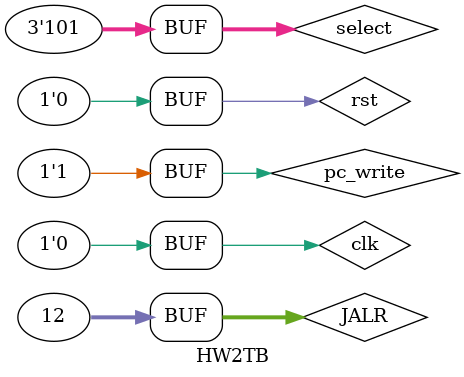
<source format=sv>
`timescale 1ns / 1ps


module HW2TB();
    logic clk, rst, pc_write;
    logic [31:0] JALR, BRANCH, JAL, MTVEC, MEPC, PC_CNT;
    logic [2:0] select;
    
    
    top_pc UUT (.clk(clk), .rst(rst), .PC_WRITE(pc_write),
     .select(select), .JALR(JALR), .BRANCH(BRANCH), .JAL(JAL), 
     .MTVEC(MTVEC), .MEPC(MEPC), .pc_cnt(PC_CNT)); 
     
     always begin
    
        #5; 
        clk = 1;
        #5;
        clk = 0;
        
        
     end
     
     initial begin
    rst = 1;
    pc_write = 0;
    select = 0;
    
    #10
    rst = 0;
    pc_write = 0;
    select = 0;
   
    
    #10
    rst = 0;
    pc_write = 0;
    select = 0;
    
    #10
    rst = 0;
    pc_write = 0;
    select = 0;
    
    #10
    rst = 0;
    pc_write = 0;
    select = 0;
    
    #10
    rst = 0;
    pc_write = 0;
    JALR = 12;
    select = 5;
    
    #10
    rst = 1;
    pc_write = 0;
    select = 0;
    
    
    #10
    rst = 0;
    pc_write = 0;
    select = 0;
    
    #10
    rst = 0;
    pc_write = 1;
    select = 5;
    
    #10
    rst = 0;
    pc_write = 1;
    JALR = 12;
    select = 5;
    
    #10
    rst = 0;
    pc_write = 1;
    select = 5;
    
    end
endmodule
</source>
